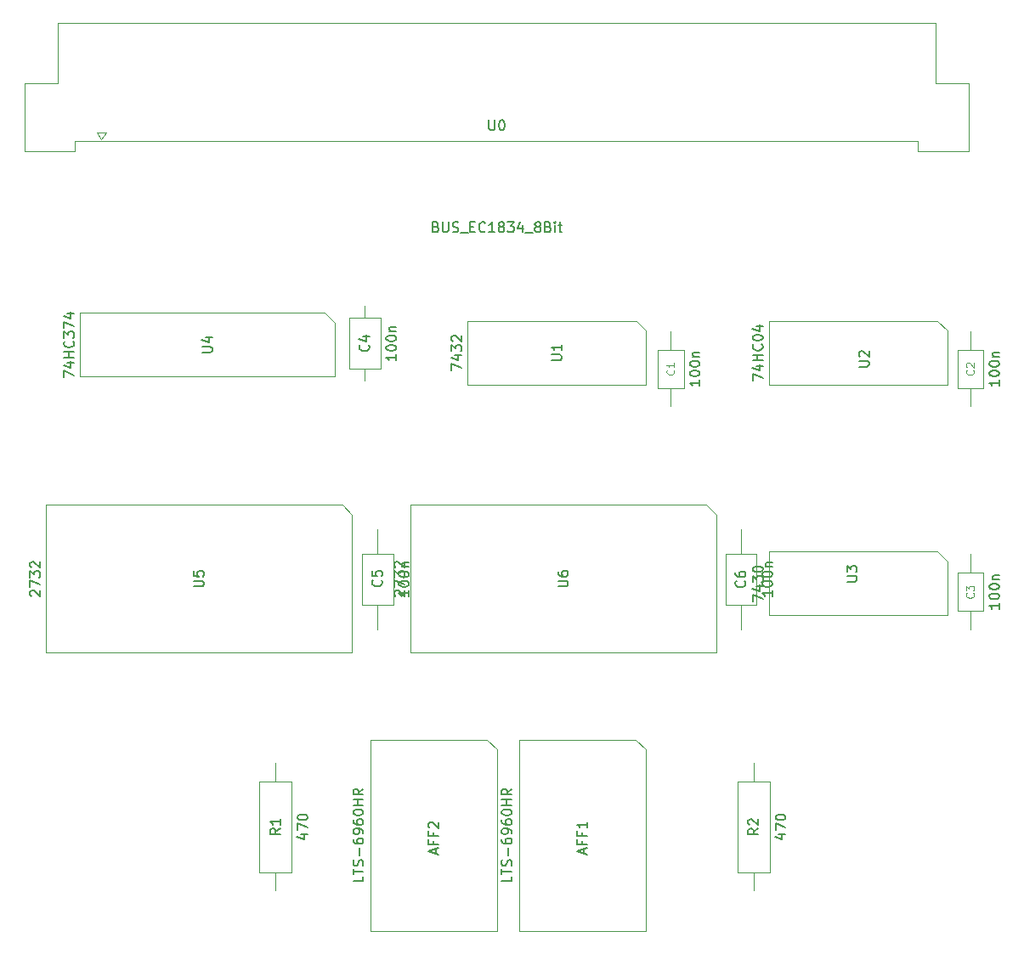
<source format=gbr>
%TF.GenerationSoftware,KiCad,Pcbnew,(5.1.12)-1*%
%TF.CreationDate,2022-04-03T13:26:01+02:00*%
%TF.ProjectId,ec1834-post,65633138-3334-42d7-906f-73742e6b6963,rev?*%
%TF.SameCoordinates,Original*%
%TF.FileFunction,AssemblyDrawing,Top*%
%FSLAX46Y46*%
G04 Gerber Fmt 4.6, Leading zero omitted, Abs format (unit mm)*
G04 Created by KiCad (PCBNEW (5.1.12)-1) date 2022-04-03 13:26:01*
%MOMM*%
%LPD*%
G01*
G04 APERTURE LIST*
%ADD10C,0.100000*%
%ADD11C,0.150000*%
%ADD12C,0.114000*%
G04 APERTURE END LIST*
D10*
%TO.C,C1*%
X85725000Y-43935000D02*
X85725000Y-45785000D01*
X85725000Y-51435000D02*
X85725000Y-49585000D01*
X84425000Y-45785000D02*
X84425000Y-49585000D01*
X87025000Y-45785000D02*
X84425000Y-45785000D01*
X87025000Y-49585000D02*
X87025000Y-45785000D01*
X84425000Y-49585000D02*
X87025000Y-49585000D01*
%TO.C,U2*%
X113270000Y-43905000D02*
X113270000Y-49255000D01*
X113270000Y-49255000D02*
X95490000Y-49255000D01*
X95490000Y-49255000D02*
X95490000Y-42905000D01*
X95490000Y-42905000D02*
X112270000Y-42905000D01*
X112270000Y-42905000D02*
X113270000Y-43905000D01*
%TO.C,U5*%
X53975000Y-62255000D02*
X53975000Y-75985000D01*
X53975000Y-75985000D02*
X23495000Y-75985000D01*
X23495000Y-75985000D02*
X23495000Y-61255000D01*
X23495000Y-61255000D02*
X52975000Y-61255000D01*
X52975000Y-61255000D02*
X53975000Y-62255000D01*
%TO.C,C6*%
X92710000Y-63660000D02*
X92710000Y-66110000D01*
X92710000Y-73660000D02*
X92710000Y-71210000D01*
X91160000Y-66110000D02*
X91160000Y-71210000D01*
X94260000Y-66110000D02*
X91160000Y-66110000D01*
X94260000Y-71210000D02*
X94260000Y-66110000D01*
X91160000Y-71210000D02*
X94260000Y-71210000D01*
%TO.C,C5*%
X56515000Y-63660000D02*
X56515000Y-66110000D01*
X56515000Y-73660000D02*
X56515000Y-71210000D01*
X54965000Y-66110000D02*
X54965000Y-71210000D01*
X58065000Y-66110000D02*
X54965000Y-66110000D01*
X58065000Y-71210000D02*
X58065000Y-66110000D01*
X54965000Y-71210000D02*
X58065000Y-71210000D01*
%TO.C,C4*%
X55245000Y-41395000D02*
X55245000Y-42595000D01*
X55245000Y-48895000D02*
X55245000Y-47695000D01*
X53695000Y-42595000D02*
X53695000Y-47695000D01*
X56795000Y-42595000D02*
X53695000Y-42595000D01*
X56795000Y-47695000D02*
X56795000Y-42595000D01*
X53695000Y-47695000D02*
X56795000Y-47695000D01*
%TO.C,C3*%
X115570000Y-66160000D02*
X115570000Y-68010000D01*
X115570000Y-73660000D02*
X115570000Y-71810000D01*
X114270000Y-68010000D02*
X114270000Y-71810000D01*
X116870000Y-68010000D02*
X114270000Y-68010000D01*
X116870000Y-71810000D02*
X116870000Y-68010000D01*
X114270000Y-71810000D02*
X116870000Y-71810000D01*
%TO.C,C2*%
X115570000Y-43935000D02*
X115570000Y-45785000D01*
X115570000Y-51435000D02*
X115570000Y-49585000D01*
X114270000Y-45785000D02*
X114270000Y-49585000D01*
X116870000Y-45785000D02*
X114270000Y-45785000D01*
X116870000Y-49585000D02*
X116870000Y-45785000D01*
X114270000Y-49585000D02*
X116870000Y-49585000D01*
%TO.C,U1*%
X83270000Y-43905000D02*
X83270000Y-49255000D01*
X83270000Y-49255000D02*
X65490000Y-49255000D01*
X65490000Y-49255000D02*
X65490000Y-42905000D01*
X65490000Y-42905000D02*
X82270000Y-42905000D01*
X82270000Y-42905000D02*
X83270000Y-43905000D01*
%TO.C,U4*%
X52270000Y-43120000D02*
X52270000Y-48470000D01*
X52270000Y-48470000D02*
X26870000Y-48470000D01*
X26870000Y-48470000D02*
X26870000Y-42120000D01*
X26870000Y-42120000D02*
X51270000Y-42120000D01*
X51270000Y-42120000D02*
X52270000Y-43120000D01*
%TO.C,U0*%
X24620000Y-13260000D02*
X24620000Y-19260000D01*
X24620000Y-19260000D02*
X21370000Y-19260000D01*
X21370000Y-19260000D02*
X21370000Y-26000000D01*
X21370000Y-26000000D02*
X26370000Y-26000000D01*
X26370000Y-26000000D02*
X26370000Y-25000000D01*
X26370000Y-25000000D02*
X110370000Y-25000000D01*
X110370000Y-25000000D02*
X110370000Y-26000000D01*
X110370000Y-26000000D02*
X115370000Y-26000000D01*
X115370000Y-26000000D02*
X115370000Y-19260000D01*
X115370000Y-19260000D02*
X112120000Y-19260000D01*
X112120000Y-19260000D02*
X112120000Y-13260000D01*
X112120000Y-13260000D02*
X24620000Y-13260000D01*
X29000000Y-24800000D02*
X28500000Y-24100000D01*
X28500000Y-24100000D02*
X29500000Y-24100000D01*
X29500000Y-24100000D02*
X29000000Y-24800000D01*
%TO.C,U6*%
X90270000Y-62255000D02*
X90270000Y-75985000D01*
X90270000Y-75985000D02*
X59790000Y-75985000D01*
X59790000Y-75985000D02*
X59790000Y-61255000D01*
X59790000Y-61255000D02*
X89270000Y-61255000D01*
X89270000Y-61255000D02*
X90270000Y-62255000D01*
%TO.C,U3*%
X113270000Y-66905000D02*
X113270000Y-72255000D01*
X113270000Y-72255000D02*
X95490000Y-72255000D01*
X95490000Y-72255000D02*
X95490000Y-65905000D01*
X95490000Y-65905000D02*
X112270000Y-65905000D01*
X112270000Y-65905000D02*
X113270000Y-66905000D01*
%TO.C,R2*%
X92380000Y-97845000D02*
X95580000Y-97845000D01*
X95580000Y-97845000D02*
X95580000Y-88845000D01*
X95580000Y-88845000D02*
X92380000Y-88845000D01*
X92380000Y-88845000D02*
X92380000Y-97845000D01*
X93980000Y-99695000D02*
X93980000Y-97845000D01*
X93980000Y-86995000D02*
X93980000Y-88845000D01*
%TO.C,R1*%
X44755000Y-97845000D02*
X47955000Y-97845000D01*
X47955000Y-97845000D02*
X47955000Y-88845000D01*
X47955000Y-88845000D02*
X44755000Y-88845000D01*
X44755000Y-88845000D02*
X44755000Y-97845000D01*
X46355000Y-99695000D02*
X46355000Y-97845000D01*
X46355000Y-86995000D02*
X46355000Y-88845000D01*
%TO.C,AFF2*%
X68430000Y-85650000D02*
X68430000Y-103700000D01*
X55830000Y-84650000D02*
X55830000Y-103700000D01*
X67430000Y-84650000D02*
X55830000Y-84650000D01*
X55830000Y-103700000D02*
X68430000Y-103700000D01*
X68430000Y-85650000D02*
X67430000Y-84650000D01*
%TO.C,AFF1*%
X83220000Y-85650000D02*
X83220000Y-103700000D01*
X70620000Y-84650000D02*
X70620000Y-103700000D01*
X82220000Y-84650000D02*
X70620000Y-84650000D01*
X70620000Y-103700000D02*
X83220000Y-103700000D01*
X83220000Y-85650000D02*
X82220000Y-84650000D01*
%TD*%
%TO.C,C1*%
D11*
X88597380Y-48804047D02*
X88597380Y-49375476D01*
X88597380Y-49089761D02*
X87597380Y-49089761D01*
X87740238Y-49185000D01*
X87835476Y-49280238D01*
X87883095Y-49375476D01*
X87597380Y-48185000D02*
X87597380Y-48089761D01*
X87645000Y-47994523D01*
X87692619Y-47946904D01*
X87787857Y-47899285D01*
X87978333Y-47851666D01*
X88216428Y-47851666D01*
X88406904Y-47899285D01*
X88502142Y-47946904D01*
X88549761Y-47994523D01*
X88597380Y-48089761D01*
X88597380Y-48185000D01*
X88549761Y-48280238D01*
X88502142Y-48327857D01*
X88406904Y-48375476D01*
X88216428Y-48423095D01*
X87978333Y-48423095D01*
X87787857Y-48375476D01*
X87692619Y-48327857D01*
X87645000Y-48280238D01*
X87597380Y-48185000D01*
X87597380Y-47232619D02*
X87597380Y-47137380D01*
X87645000Y-47042142D01*
X87692619Y-46994523D01*
X87787857Y-46946904D01*
X87978333Y-46899285D01*
X88216428Y-46899285D01*
X88406904Y-46946904D01*
X88502142Y-46994523D01*
X88549761Y-47042142D01*
X88597380Y-47137380D01*
X88597380Y-47232619D01*
X88549761Y-47327857D01*
X88502142Y-47375476D01*
X88406904Y-47423095D01*
X88216428Y-47470714D01*
X87978333Y-47470714D01*
X87787857Y-47423095D01*
X87692619Y-47375476D01*
X87645000Y-47327857D01*
X87597380Y-47232619D01*
X87930714Y-46470714D02*
X88597380Y-46470714D01*
X88025952Y-46470714D02*
X87978333Y-46423095D01*
X87930714Y-46327857D01*
X87930714Y-46185000D01*
X87978333Y-46089761D01*
X88073571Y-46042142D01*
X88597380Y-46042142D01*
D12*
X85996428Y-47811666D02*
X86032619Y-47847857D01*
X86068809Y-47956428D01*
X86068809Y-48028809D01*
X86032619Y-48137380D01*
X85960238Y-48209761D01*
X85887857Y-48245952D01*
X85743095Y-48282142D01*
X85634523Y-48282142D01*
X85489761Y-48245952D01*
X85417380Y-48209761D01*
X85345000Y-48137380D01*
X85308809Y-48028809D01*
X85308809Y-47956428D01*
X85345000Y-47847857D01*
X85381190Y-47811666D01*
X86068809Y-47087857D02*
X86068809Y-47522142D01*
X86068809Y-47305000D02*
X85308809Y-47305000D01*
X85417380Y-47377380D01*
X85489761Y-47449761D01*
X85525952Y-47522142D01*
%TO.C,U2*%
D11*
X93882380Y-48865714D02*
X93882380Y-48199047D01*
X94882380Y-48627619D01*
X94215714Y-47389523D02*
X94882380Y-47389523D01*
X93834761Y-47627619D02*
X94549047Y-47865714D01*
X94549047Y-47246666D01*
X94882380Y-46865714D02*
X93882380Y-46865714D01*
X94358571Y-46865714D02*
X94358571Y-46294285D01*
X94882380Y-46294285D02*
X93882380Y-46294285D01*
X94787142Y-45246666D02*
X94834761Y-45294285D01*
X94882380Y-45437142D01*
X94882380Y-45532380D01*
X94834761Y-45675238D01*
X94739523Y-45770476D01*
X94644285Y-45818095D01*
X94453809Y-45865714D01*
X94310952Y-45865714D01*
X94120476Y-45818095D01*
X94025238Y-45770476D01*
X93930000Y-45675238D01*
X93882380Y-45532380D01*
X93882380Y-45437142D01*
X93930000Y-45294285D01*
X93977619Y-45246666D01*
X93882380Y-44627619D02*
X93882380Y-44532380D01*
X93930000Y-44437142D01*
X93977619Y-44389523D01*
X94072857Y-44341904D01*
X94263333Y-44294285D01*
X94501428Y-44294285D01*
X94691904Y-44341904D01*
X94787142Y-44389523D01*
X94834761Y-44437142D01*
X94882380Y-44532380D01*
X94882380Y-44627619D01*
X94834761Y-44722857D01*
X94787142Y-44770476D01*
X94691904Y-44818095D01*
X94501428Y-44865714D01*
X94263333Y-44865714D01*
X94072857Y-44818095D01*
X93977619Y-44770476D01*
X93930000Y-44722857D01*
X93882380Y-44627619D01*
X94215714Y-43437142D02*
X94882380Y-43437142D01*
X93834761Y-43675238D02*
X94549047Y-43913333D01*
X94549047Y-43294285D01*
X104467380Y-47476904D02*
X105276904Y-47476904D01*
X105372142Y-47429285D01*
X105419761Y-47381666D01*
X105467380Y-47286428D01*
X105467380Y-47095952D01*
X105419761Y-47000714D01*
X105372142Y-46953095D01*
X105276904Y-46905476D01*
X104467380Y-46905476D01*
X104562619Y-46476904D02*
X104515000Y-46429285D01*
X104467380Y-46334047D01*
X104467380Y-46095952D01*
X104515000Y-46000714D01*
X104562619Y-45953095D01*
X104657857Y-45905476D01*
X104753095Y-45905476D01*
X104895952Y-45953095D01*
X105467380Y-46524523D01*
X105467380Y-45905476D01*
%TO.C,U5*%
X21982619Y-70334285D02*
X21935000Y-70286666D01*
X21887380Y-70191428D01*
X21887380Y-69953333D01*
X21935000Y-69858095D01*
X21982619Y-69810476D01*
X22077857Y-69762857D01*
X22173095Y-69762857D01*
X22315952Y-69810476D01*
X22887380Y-70381904D01*
X22887380Y-69762857D01*
X21887380Y-69429523D02*
X21887380Y-68762857D01*
X22887380Y-69191428D01*
X21887380Y-68477142D02*
X21887380Y-67858095D01*
X22268333Y-68191428D01*
X22268333Y-68048571D01*
X22315952Y-67953333D01*
X22363571Y-67905714D01*
X22458809Y-67858095D01*
X22696904Y-67858095D01*
X22792142Y-67905714D01*
X22839761Y-67953333D01*
X22887380Y-68048571D01*
X22887380Y-68334285D01*
X22839761Y-68429523D01*
X22792142Y-68477142D01*
X21982619Y-67477142D02*
X21935000Y-67429523D01*
X21887380Y-67334285D01*
X21887380Y-67096190D01*
X21935000Y-67000952D01*
X21982619Y-66953333D01*
X22077857Y-66905714D01*
X22173095Y-66905714D01*
X22315952Y-66953333D01*
X22887380Y-67524761D01*
X22887380Y-66905714D01*
X38187380Y-69381904D02*
X38996904Y-69381904D01*
X39092142Y-69334285D01*
X39139761Y-69286666D01*
X39187380Y-69191428D01*
X39187380Y-69000952D01*
X39139761Y-68905714D01*
X39092142Y-68858095D01*
X38996904Y-68810476D01*
X38187380Y-68810476D01*
X38187380Y-67858095D02*
X38187380Y-68334285D01*
X38663571Y-68381904D01*
X38615952Y-68334285D01*
X38568333Y-68239047D01*
X38568333Y-68000952D01*
X38615952Y-67905714D01*
X38663571Y-67858095D01*
X38758809Y-67810476D01*
X38996904Y-67810476D01*
X39092142Y-67858095D01*
X39139761Y-67905714D01*
X39187380Y-68000952D01*
X39187380Y-68239047D01*
X39139761Y-68334285D01*
X39092142Y-68381904D01*
%TO.C,C6*%
X95832380Y-69779047D02*
X95832380Y-70350476D01*
X95832380Y-70064761D02*
X94832380Y-70064761D01*
X94975238Y-70160000D01*
X95070476Y-70255238D01*
X95118095Y-70350476D01*
X94832380Y-69160000D02*
X94832380Y-69064761D01*
X94880000Y-68969523D01*
X94927619Y-68921904D01*
X95022857Y-68874285D01*
X95213333Y-68826666D01*
X95451428Y-68826666D01*
X95641904Y-68874285D01*
X95737142Y-68921904D01*
X95784761Y-68969523D01*
X95832380Y-69064761D01*
X95832380Y-69160000D01*
X95784761Y-69255238D01*
X95737142Y-69302857D01*
X95641904Y-69350476D01*
X95451428Y-69398095D01*
X95213333Y-69398095D01*
X95022857Y-69350476D01*
X94927619Y-69302857D01*
X94880000Y-69255238D01*
X94832380Y-69160000D01*
X94832380Y-68207619D02*
X94832380Y-68112380D01*
X94880000Y-68017142D01*
X94927619Y-67969523D01*
X95022857Y-67921904D01*
X95213333Y-67874285D01*
X95451428Y-67874285D01*
X95641904Y-67921904D01*
X95737142Y-67969523D01*
X95784761Y-68017142D01*
X95832380Y-68112380D01*
X95832380Y-68207619D01*
X95784761Y-68302857D01*
X95737142Y-68350476D01*
X95641904Y-68398095D01*
X95451428Y-68445714D01*
X95213333Y-68445714D01*
X95022857Y-68398095D01*
X94927619Y-68350476D01*
X94880000Y-68302857D01*
X94832380Y-68207619D01*
X95165714Y-67445714D02*
X95832380Y-67445714D01*
X95260952Y-67445714D02*
X95213333Y-67398095D01*
X95165714Y-67302857D01*
X95165714Y-67160000D01*
X95213333Y-67064761D01*
X95308571Y-67017142D01*
X95832380Y-67017142D01*
X93067142Y-68826666D02*
X93114761Y-68874285D01*
X93162380Y-69017142D01*
X93162380Y-69112380D01*
X93114761Y-69255238D01*
X93019523Y-69350476D01*
X92924285Y-69398095D01*
X92733809Y-69445714D01*
X92590952Y-69445714D01*
X92400476Y-69398095D01*
X92305238Y-69350476D01*
X92210000Y-69255238D01*
X92162380Y-69112380D01*
X92162380Y-69017142D01*
X92210000Y-68874285D01*
X92257619Y-68826666D01*
X92162380Y-67969523D02*
X92162380Y-68160000D01*
X92210000Y-68255238D01*
X92257619Y-68302857D01*
X92400476Y-68398095D01*
X92590952Y-68445714D01*
X92971904Y-68445714D01*
X93067142Y-68398095D01*
X93114761Y-68350476D01*
X93162380Y-68255238D01*
X93162380Y-68064761D01*
X93114761Y-67969523D01*
X93067142Y-67921904D01*
X92971904Y-67874285D01*
X92733809Y-67874285D01*
X92638571Y-67921904D01*
X92590952Y-67969523D01*
X92543333Y-68064761D01*
X92543333Y-68255238D01*
X92590952Y-68350476D01*
X92638571Y-68398095D01*
X92733809Y-68445714D01*
%TO.C,C5*%
X59637380Y-69779047D02*
X59637380Y-70350476D01*
X59637380Y-70064761D02*
X58637380Y-70064761D01*
X58780238Y-70160000D01*
X58875476Y-70255238D01*
X58923095Y-70350476D01*
X58637380Y-69160000D02*
X58637380Y-69064761D01*
X58685000Y-68969523D01*
X58732619Y-68921904D01*
X58827857Y-68874285D01*
X59018333Y-68826666D01*
X59256428Y-68826666D01*
X59446904Y-68874285D01*
X59542142Y-68921904D01*
X59589761Y-68969523D01*
X59637380Y-69064761D01*
X59637380Y-69160000D01*
X59589761Y-69255238D01*
X59542142Y-69302857D01*
X59446904Y-69350476D01*
X59256428Y-69398095D01*
X59018333Y-69398095D01*
X58827857Y-69350476D01*
X58732619Y-69302857D01*
X58685000Y-69255238D01*
X58637380Y-69160000D01*
X58637380Y-68207619D02*
X58637380Y-68112380D01*
X58685000Y-68017142D01*
X58732619Y-67969523D01*
X58827857Y-67921904D01*
X59018333Y-67874285D01*
X59256428Y-67874285D01*
X59446904Y-67921904D01*
X59542142Y-67969523D01*
X59589761Y-68017142D01*
X59637380Y-68112380D01*
X59637380Y-68207619D01*
X59589761Y-68302857D01*
X59542142Y-68350476D01*
X59446904Y-68398095D01*
X59256428Y-68445714D01*
X59018333Y-68445714D01*
X58827857Y-68398095D01*
X58732619Y-68350476D01*
X58685000Y-68302857D01*
X58637380Y-68207619D01*
X58970714Y-67445714D02*
X59637380Y-67445714D01*
X59065952Y-67445714D02*
X59018333Y-67398095D01*
X58970714Y-67302857D01*
X58970714Y-67160000D01*
X59018333Y-67064761D01*
X59113571Y-67017142D01*
X59637380Y-67017142D01*
X56872142Y-68746666D02*
X56919761Y-68794285D01*
X56967380Y-68937142D01*
X56967380Y-69032380D01*
X56919761Y-69175238D01*
X56824523Y-69270476D01*
X56729285Y-69318095D01*
X56538809Y-69365714D01*
X56395952Y-69365714D01*
X56205476Y-69318095D01*
X56110238Y-69270476D01*
X56015000Y-69175238D01*
X55967380Y-69032380D01*
X55967380Y-68937142D01*
X56015000Y-68794285D01*
X56062619Y-68746666D01*
X55967380Y-67841904D02*
X55967380Y-68318095D01*
X56443571Y-68365714D01*
X56395952Y-68318095D01*
X56348333Y-68222857D01*
X56348333Y-67984761D01*
X56395952Y-67889523D01*
X56443571Y-67841904D01*
X56538809Y-67794285D01*
X56776904Y-67794285D01*
X56872142Y-67841904D01*
X56919761Y-67889523D01*
X56967380Y-67984761D01*
X56967380Y-68222857D01*
X56919761Y-68318095D01*
X56872142Y-68365714D01*
%TO.C,C4*%
X58367380Y-46264047D02*
X58367380Y-46835476D01*
X58367380Y-46549761D02*
X57367380Y-46549761D01*
X57510238Y-46645000D01*
X57605476Y-46740238D01*
X57653095Y-46835476D01*
X57367380Y-45645000D02*
X57367380Y-45549761D01*
X57415000Y-45454523D01*
X57462619Y-45406904D01*
X57557857Y-45359285D01*
X57748333Y-45311666D01*
X57986428Y-45311666D01*
X58176904Y-45359285D01*
X58272142Y-45406904D01*
X58319761Y-45454523D01*
X58367380Y-45549761D01*
X58367380Y-45645000D01*
X58319761Y-45740238D01*
X58272142Y-45787857D01*
X58176904Y-45835476D01*
X57986428Y-45883095D01*
X57748333Y-45883095D01*
X57557857Y-45835476D01*
X57462619Y-45787857D01*
X57415000Y-45740238D01*
X57367380Y-45645000D01*
X57367380Y-44692619D02*
X57367380Y-44597380D01*
X57415000Y-44502142D01*
X57462619Y-44454523D01*
X57557857Y-44406904D01*
X57748333Y-44359285D01*
X57986428Y-44359285D01*
X58176904Y-44406904D01*
X58272142Y-44454523D01*
X58319761Y-44502142D01*
X58367380Y-44597380D01*
X58367380Y-44692619D01*
X58319761Y-44787857D01*
X58272142Y-44835476D01*
X58176904Y-44883095D01*
X57986428Y-44930714D01*
X57748333Y-44930714D01*
X57557857Y-44883095D01*
X57462619Y-44835476D01*
X57415000Y-44787857D01*
X57367380Y-44692619D01*
X57700714Y-43930714D02*
X58367380Y-43930714D01*
X57795952Y-43930714D02*
X57748333Y-43883095D01*
X57700714Y-43787857D01*
X57700714Y-43645000D01*
X57748333Y-43549761D01*
X57843571Y-43502142D01*
X58367380Y-43502142D01*
X55602142Y-45311666D02*
X55649761Y-45359285D01*
X55697380Y-45502142D01*
X55697380Y-45597380D01*
X55649761Y-45740238D01*
X55554523Y-45835476D01*
X55459285Y-45883095D01*
X55268809Y-45930714D01*
X55125952Y-45930714D01*
X54935476Y-45883095D01*
X54840238Y-45835476D01*
X54745000Y-45740238D01*
X54697380Y-45597380D01*
X54697380Y-45502142D01*
X54745000Y-45359285D01*
X54792619Y-45311666D01*
X55030714Y-44454523D02*
X55697380Y-44454523D01*
X54649761Y-44692619D02*
X55364047Y-44930714D01*
X55364047Y-44311666D01*
%TO.C,C3*%
X118442380Y-71029047D02*
X118442380Y-71600476D01*
X118442380Y-71314761D02*
X117442380Y-71314761D01*
X117585238Y-71410000D01*
X117680476Y-71505238D01*
X117728095Y-71600476D01*
X117442380Y-70410000D02*
X117442380Y-70314761D01*
X117490000Y-70219523D01*
X117537619Y-70171904D01*
X117632857Y-70124285D01*
X117823333Y-70076666D01*
X118061428Y-70076666D01*
X118251904Y-70124285D01*
X118347142Y-70171904D01*
X118394761Y-70219523D01*
X118442380Y-70314761D01*
X118442380Y-70410000D01*
X118394761Y-70505238D01*
X118347142Y-70552857D01*
X118251904Y-70600476D01*
X118061428Y-70648095D01*
X117823333Y-70648095D01*
X117632857Y-70600476D01*
X117537619Y-70552857D01*
X117490000Y-70505238D01*
X117442380Y-70410000D01*
X117442380Y-69457619D02*
X117442380Y-69362380D01*
X117490000Y-69267142D01*
X117537619Y-69219523D01*
X117632857Y-69171904D01*
X117823333Y-69124285D01*
X118061428Y-69124285D01*
X118251904Y-69171904D01*
X118347142Y-69219523D01*
X118394761Y-69267142D01*
X118442380Y-69362380D01*
X118442380Y-69457619D01*
X118394761Y-69552857D01*
X118347142Y-69600476D01*
X118251904Y-69648095D01*
X118061428Y-69695714D01*
X117823333Y-69695714D01*
X117632857Y-69648095D01*
X117537619Y-69600476D01*
X117490000Y-69552857D01*
X117442380Y-69457619D01*
X117775714Y-68695714D02*
X118442380Y-68695714D01*
X117870952Y-68695714D02*
X117823333Y-68648095D01*
X117775714Y-68552857D01*
X117775714Y-68410000D01*
X117823333Y-68314761D01*
X117918571Y-68267142D01*
X118442380Y-68267142D01*
D12*
X115841428Y-70036666D02*
X115877619Y-70072857D01*
X115913809Y-70181428D01*
X115913809Y-70253809D01*
X115877619Y-70362380D01*
X115805238Y-70434761D01*
X115732857Y-70470952D01*
X115588095Y-70507142D01*
X115479523Y-70507142D01*
X115334761Y-70470952D01*
X115262380Y-70434761D01*
X115190000Y-70362380D01*
X115153809Y-70253809D01*
X115153809Y-70181428D01*
X115190000Y-70072857D01*
X115226190Y-70036666D01*
X115153809Y-69783333D02*
X115153809Y-69312857D01*
X115443333Y-69566190D01*
X115443333Y-69457619D01*
X115479523Y-69385238D01*
X115515714Y-69349047D01*
X115588095Y-69312857D01*
X115769047Y-69312857D01*
X115841428Y-69349047D01*
X115877619Y-69385238D01*
X115913809Y-69457619D01*
X115913809Y-69674761D01*
X115877619Y-69747142D01*
X115841428Y-69783333D01*
%TO.C,C2*%
D11*
X118442380Y-48804047D02*
X118442380Y-49375476D01*
X118442380Y-49089761D02*
X117442380Y-49089761D01*
X117585238Y-49185000D01*
X117680476Y-49280238D01*
X117728095Y-49375476D01*
X117442380Y-48185000D02*
X117442380Y-48089761D01*
X117490000Y-47994523D01*
X117537619Y-47946904D01*
X117632857Y-47899285D01*
X117823333Y-47851666D01*
X118061428Y-47851666D01*
X118251904Y-47899285D01*
X118347142Y-47946904D01*
X118394761Y-47994523D01*
X118442380Y-48089761D01*
X118442380Y-48185000D01*
X118394761Y-48280238D01*
X118347142Y-48327857D01*
X118251904Y-48375476D01*
X118061428Y-48423095D01*
X117823333Y-48423095D01*
X117632857Y-48375476D01*
X117537619Y-48327857D01*
X117490000Y-48280238D01*
X117442380Y-48185000D01*
X117442380Y-47232619D02*
X117442380Y-47137380D01*
X117490000Y-47042142D01*
X117537619Y-46994523D01*
X117632857Y-46946904D01*
X117823333Y-46899285D01*
X118061428Y-46899285D01*
X118251904Y-46946904D01*
X118347142Y-46994523D01*
X118394761Y-47042142D01*
X118442380Y-47137380D01*
X118442380Y-47232619D01*
X118394761Y-47327857D01*
X118347142Y-47375476D01*
X118251904Y-47423095D01*
X118061428Y-47470714D01*
X117823333Y-47470714D01*
X117632857Y-47423095D01*
X117537619Y-47375476D01*
X117490000Y-47327857D01*
X117442380Y-47232619D01*
X117775714Y-46470714D02*
X118442380Y-46470714D01*
X117870952Y-46470714D02*
X117823333Y-46423095D01*
X117775714Y-46327857D01*
X117775714Y-46185000D01*
X117823333Y-46089761D01*
X117918571Y-46042142D01*
X118442380Y-46042142D01*
D12*
X115841428Y-47811666D02*
X115877619Y-47847857D01*
X115913809Y-47956428D01*
X115913809Y-48028809D01*
X115877619Y-48137380D01*
X115805238Y-48209761D01*
X115732857Y-48245952D01*
X115588095Y-48282142D01*
X115479523Y-48282142D01*
X115334761Y-48245952D01*
X115262380Y-48209761D01*
X115190000Y-48137380D01*
X115153809Y-48028809D01*
X115153809Y-47956428D01*
X115190000Y-47847857D01*
X115226190Y-47811666D01*
X115226190Y-47522142D02*
X115190000Y-47485952D01*
X115153809Y-47413571D01*
X115153809Y-47232619D01*
X115190000Y-47160238D01*
X115226190Y-47124047D01*
X115298571Y-47087857D01*
X115370952Y-47087857D01*
X115479523Y-47124047D01*
X115913809Y-47558333D01*
X115913809Y-47087857D01*
%TO.C,U1*%
D11*
X63882380Y-47841904D02*
X63882380Y-47175238D01*
X64882380Y-47603809D01*
X64215714Y-46365714D02*
X64882380Y-46365714D01*
X63834761Y-46603809D02*
X64549047Y-46841904D01*
X64549047Y-46222857D01*
X63882380Y-45937142D02*
X63882380Y-45318095D01*
X64263333Y-45651428D01*
X64263333Y-45508571D01*
X64310952Y-45413333D01*
X64358571Y-45365714D01*
X64453809Y-45318095D01*
X64691904Y-45318095D01*
X64787142Y-45365714D01*
X64834761Y-45413333D01*
X64882380Y-45508571D01*
X64882380Y-45794285D01*
X64834761Y-45889523D01*
X64787142Y-45937142D01*
X63977619Y-44937142D02*
X63930000Y-44889523D01*
X63882380Y-44794285D01*
X63882380Y-44556190D01*
X63930000Y-44460952D01*
X63977619Y-44413333D01*
X64072857Y-44365714D01*
X64168095Y-44365714D01*
X64310952Y-44413333D01*
X64882380Y-44984761D01*
X64882380Y-44365714D01*
X73832380Y-46841904D02*
X74641904Y-46841904D01*
X74737142Y-46794285D01*
X74784761Y-46746666D01*
X74832380Y-46651428D01*
X74832380Y-46460952D01*
X74784761Y-46365714D01*
X74737142Y-46318095D01*
X74641904Y-46270476D01*
X73832380Y-46270476D01*
X74832380Y-45270476D02*
X74832380Y-45841904D01*
X74832380Y-45556190D02*
X73832380Y-45556190D01*
X73975238Y-45651428D01*
X74070476Y-45746666D01*
X74118095Y-45841904D01*
%TO.C,U4*%
X25262380Y-48556904D02*
X25262380Y-47890238D01*
X26262380Y-48318809D01*
X25595714Y-47080714D02*
X26262380Y-47080714D01*
X25214761Y-47318809D02*
X25929047Y-47556904D01*
X25929047Y-46937857D01*
X26262380Y-46556904D02*
X25262380Y-46556904D01*
X25738571Y-46556904D02*
X25738571Y-45985476D01*
X26262380Y-45985476D02*
X25262380Y-45985476D01*
X26167142Y-44937857D02*
X26214761Y-44985476D01*
X26262380Y-45128333D01*
X26262380Y-45223571D01*
X26214761Y-45366428D01*
X26119523Y-45461666D01*
X26024285Y-45509285D01*
X25833809Y-45556904D01*
X25690952Y-45556904D01*
X25500476Y-45509285D01*
X25405238Y-45461666D01*
X25310000Y-45366428D01*
X25262380Y-45223571D01*
X25262380Y-45128333D01*
X25310000Y-44985476D01*
X25357619Y-44937857D01*
X25262380Y-44604523D02*
X25262380Y-43985476D01*
X25643333Y-44318809D01*
X25643333Y-44175952D01*
X25690952Y-44080714D01*
X25738571Y-44033095D01*
X25833809Y-43985476D01*
X26071904Y-43985476D01*
X26167142Y-44033095D01*
X26214761Y-44080714D01*
X26262380Y-44175952D01*
X26262380Y-44461666D01*
X26214761Y-44556904D01*
X26167142Y-44604523D01*
X25262380Y-43652142D02*
X25262380Y-42985476D01*
X26262380Y-43414047D01*
X25595714Y-42175952D02*
X26262380Y-42175952D01*
X25214761Y-42414047D02*
X25929047Y-42652142D01*
X25929047Y-42033095D01*
X39022380Y-46056904D02*
X39831904Y-46056904D01*
X39927142Y-46009285D01*
X39974761Y-45961666D01*
X40022380Y-45866428D01*
X40022380Y-45675952D01*
X39974761Y-45580714D01*
X39927142Y-45533095D01*
X39831904Y-45485476D01*
X39022380Y-45485476D01*
X39355714Y-44580714D02*
X40022380Y-44580714D01*
X38974761Y-44818809D02*
X39689047Y-45056904D01*
X39689047Y-44437857D01*
%TO.C,U0*%
X62322380Y-33548571D02*
X62465238Y-33596190D01*
X62512857Y-33643809D01*
X62560476Y-33739047D01*
X62560476Y-33881904D01*
X62512857Y-33977142D01*
X62465238Y-34024761D01*
X62370000Y-34072380D01*
X61989047Y-34072380D01*
X61989047Y-33072380D01*
X62322380Y-33072380D01*
X62417619Y-33120000D01*
X62465238Y-33167619D01*
X62512857Y-33262857D01*
X62512857Y-33358095D01*
X62465238Y-33453333D01*
X62417619Y-33500952D01*
X62322380Y-33548571D01*
X61989047Y-33548571D01*
X62989047Y-33072380D02*
X62989047Y-33881904D01*
X63036666Y-33977142D01*
X63084285Y-34024761D01*
X63179523Y-34072380D01*
X63370000Y-34072380D01*
X63465238Y-34024761D01*
X63512857Y-33977142D01*
X63560476Y-33881904D01*
X63560476Y-33072380D01*
X63989047Y-34024761D02*
X64131904Y-34072380D01*
X64370000Y-34072380D01*
X64465238Y-34024761D01*
X64512857Y-33977142D01*
X64560476Y-33881904D01*
X64560476Y-33786666D01*
X64512857Y-33691428D01*
X64465238Y-33643809D01*
X64370000Y-33596190D01*
X64179523Y-33548571D01*
X64084285Y-33500952D01*
X64036666Y-33453333D01*
X63989047Y-33358095D01*
X63989047Y-33262857D01*
X64036666Y-33167619D01*
X64084285Y-33120000D01*
X64179523Y-33072380D01*
X64417619Y-33072380D01*
X64560476Y-33120000D01*
X64750952Y-34167619D02*
X65512857Y-34167619D01*
X65750952Y-33548571D02*
X66084285Y-33548571D01*
X66227142Y-34072380D02*
X65750952Y-34072380D01*
X65750952Y-33072380D01*
X66227142Y-33072380D01*
X67227142Y-33977142D02*
X67179523Y-34024761D01*
X67036666Y-34072380D01*
X66941428Y-34072380D01*
X66798571Y-34024761D01*
X66703333Y-33929523D01*
X66655714Y-33834285D01*
X66608095Y-33643809D01*
X66608095Y-33500952D01*
X66655714Y-33310476D01*
X66703333Y-33215238D01*
X66798571Y-33120000D01*
X66941428Y-33072380D01*
X67036666Y-33072380D01*
X67179523Y-33120000D01*
X67227142Y-33167619D01*
X68179523Y-34072380D02*
X67608095Y-34072380D01*
X67893809Y-34072380D02*
X67893809Y-33072380D01*
X67798571Y-33215238D01*
X67703333Y-33310476D01*
X67608095Y-33358095D01*
X68750952Y-33500952D02*
X68655714Y-33453333D01*
X68608095Y-33405714D01*
X68560476Y-33310476D01*
X68560476Y-33262857D01*
X68608095Y-33167619D01*
X68655714Y-33120000D01*
X68750952Y-33072380D01*
X68941428Y-33072380D01*
X69036666Y-33120000D01*
X69084285Y-33167619D01*
X69131904Y-33262857D01*
X69131904Y-33310476D01*
X69084285Y-33405714D01*
X69036666Y-33453333D01*
X68941428Y-33500952D01*
X68750952Y-33500952D01*
X68655714Y-33548571D01*
X68608095Y-33596190D01*
X68560476Y-33691428D01*
X68560476Y-33881904D01*
X68608095Y-33977142D01*
X68655714Y-34024761D01*
X68750952Y-34072380D01*
X68941428Y-34072380D01*
X69036666Y-34024761D01*
X69084285Y-33977142D01*
X69131904Y-33881904D01*
X69131904Y-33691428D01*
X69084285Y-33596190D01*
X69036666Y-33548571D01*
X68941428Y-33500952D01*
X69465238Y-33072380D02*
X70084285Y-33072380D01*
X69750952Y-33453333D01*
X69893809Y-33453333D01*
X69989047Y-33500952D01*
X70036666Y-33548571D01*
X70084285Y-33643809D01*
X70084285Y-33881904D01*
X70036666Y-33977142D01*
X69989047Y-34024761D01*
X69893809Y-34072380D01*
X69608095Y-34072380D01*
X69512857Y-34024761D01*
X69465238Y-33977142D01*
X70941428Y-33405714D02*
X70941428Y-34072380D01*
X70703333Y-33024761D02*
X70465238Y-33739047D01*
X71084285Y-33739047D01*
X71227142Y-34167619D02*
X71989047Y-34167619D01*
X72370000Y-33500952D02*
X72274761Y-33453333D01*
X72227142Y-33405714D01*
X72179523Y-33310476D01*
X72179523Y-33262857D01*
X72227142Y-33167619D01*
X72274761Y-33120000D01*
X72370000Y-33072380D01*
X72560476Y-33072380D01*
X72655714Y-33120000D01*
X72703333Y-33167619D01*
X72750952Y-33262857D01*
X72750952Y-33310476D01*
X72703333Y-33405714D01*
X72655714Y-33453333D01*
X72560476Y-33500952D01*
X72370000Y-33500952D01*
X72274761Y-33548571D01*
X72227142Y-33596190D01*
X72179523Y-33691428D01*
X72179523Y-33881904D01*
X72227142Y-33977142D01*
X72274761Y-34024761D01*
X72370000Y-34072380D01*
X72560476Y-34072380D01*
X72655714Y-34024761D01*
X72703333Y-33977142D01*
X72750952Y-33881904D01*
X72750952Y-33691428D01*
X72703333Y-33596190D01*
X72655714Y-33548571D01*
X72560476Y-33500952D01*
X73512857Y-33548571D02*
X73655714Y-33596190D01*
X73703333Y-33643809D01*
X73750952Y-33739047D01*
X73750952Y-33881904D01*
X73703333Y-33977142D01*
X73655714Y-34024761D01*
X73560476Y-34072380D01*
X73179523Y-34072380D01*
X73179523Y-33072380D01*
X73512857Y-33072380D01*
X73608095Y-33120000D01*
X73655714Y-33167619D01*
X73703333Y-33262857D01*
X73703333Y-33358095D01*
X73655714Y-33453333D01*
X73608095Y-33500952D01*
X73512857Y-33548571D01*
X73179523Y-33548571D01*
X74179523Y-34072380D02*
X74179523Y-33405714D01*
X74179523Y-33072380D02*
X74131904Y-33120000D01*
X74179523Y-33167619D01*
X74227142Y-33120000D01*
X74179523Y-33072380D01*
X74179523Y-33167619D01*
X74512857Y-33405714D02*
X74893809Y-33405714D01*
X74655714Y-33072380D02*
X74655714Y-33929523D01*
X74703333Y-34024761D01*
X74798571Y-34072380D01*
X74893809Y-34072380D01*
X67608095Y-22912380D02*
X67608095Y-23721904D01*
X67655714Y-23817142D01*
X67703333Y-23864761D01*
X67798571Y-23912380D01*
X67989047Y-23912380D01*
X68084285Y-23864761D01*
X68131904Y-23817142D01*
X68179523Y-23721904D01*
X68179523Y-22912380D01*
X68846190Y-22912380D02*
X68941428Y-22912380D01*
X69036666Y-22960000D01*
X69084285Y-23007619D01*
X69131904Y-23102857D01*
X69179523Y-23293333D01*
X69179523Y-23531428D01*
X69131904Y-23721904D01*
X69084285Y-23817142D01*
X69036666Y-23864761D01*
X68941428Y-23912380D01*
X68846190Y-23912380D01*
X68750952Y-23864761D01*
X68703333Y-23817142D01*
X68655714Y-23721904D01*
X68608095Y-23531428D01*
X68608095Y-23293333D01*
X68655714Y-23102857D01*
X68703333Y-23007619D01*
X68750952Y-22960000D01*
X68846190Y-22912380D01*
%TO.C,U6*%
X58277619Y-70334285D02*
X58230000Y-70286666D01*
X58182380Y-70191428D01*
X58182380Y-69953333D01*
X58230000Y-69858095D01*
X58277619Y-69810476D01*
X58372857Y-69762857D01*
X58468095Y-69762857D01*
X58610952Y-69810476D01*
X59182380Y-70381904D01*
X59182380Y-69762857D01*
X58182380Y-69429523D02*
X58182380Y-68762857D01*
X59182380Y-69191428D01*
X58182380Y-68477142D02*
X58182380Y-67858095D01*
X58563333Y-68191428D01*
X58563333Y-68048571D01*
X58610952Y-67953333D01*
X58658571Y-67905714D01*
X58753809Y-67858095D01*
X58991904Y-67858095D01*
X59087142Y-67905714D01*
X59134761Y-67953333D01*
X59182380Y-68048571D01*
X59182380Y-68334285D01*
X59134761Y-68429523D01*
X59087142Y-68477142D01*
X58277619Y-67477142D02*
X58230000Y-67429523D01*
X58182380Y-67334285D01*
X58182380Y-67096190D01*
X58230000Y-67000952D01*
X58277619Y-66953333D01*
X58372857Y-66905714D01*
X58468095Y-66905714D01*
X58610952Y-66953333D01*
X59182380Y-67524761D01*
X59182380Y-66905714D01*
X74482380Y-69381904D02*
X75291904Y-69381904D01*
X75387142Y-69334285D01*
X75434761Y-69286666D01*
X75482380Y-69191428D01*
X75482380Y-69000952D01*
X75434761Y-68905714D01*
X75387142Y-68858095D01*
X75291904Y-68810476D01*
X74482380Y-68810476D01*
X74482380Y-67905714D02*
X74482380Y-68096190D01*
X74530000Y-68191428D01*
X74577619Y-68239047D01*
X74720476Y-68334285D01*
X74910952Y-68381904D01*
X75291904Y-68381904D01*
X75387142Y-68334285D01*
X75434761Y-68286666D01*
X75482380Y-68191428D01*
X75482380Y-68000952D01*
X75434761Y-67905714D01*
X75387142Y-67858095D01*
X75291904Y-67810476D01*
X75053809Y-67810476D01*
X74958571Y-67858095D01*
X74910952Y-67905714D01*
X74863333Y-68000952D01*
X74863333Y-68191428D01*
X74910952Y-68286666D01*
X74958571Y-68334285D01*
X75053809Y-68381904D01*
%TO.C,U3*%
X93882380Y-70841904D02*
X93882380Y-70175238D01*
X94882380Y-70603809D01*
X94215714Y-69365714D02*
X94882380Y-69365714D01*
X93834761Y-69603809D02*
X94549047Y-69841904D01*
X94549047Y-69222857D01*
X93882380Y-68937142D02*
X93882380Y-68318095D01*
X94263333Y-68651428D01*
X94263333Y-68508571D01*
X94310952Y-68413333D01*
X94358571Y-68365714D01*
X94453809Y-68318095D01*
X94691904Y-68318095D01*
X94787142Y-68365714D01*
X94834761Y-68413333D01*
X94882380Y-68508571D01*
X94882380Y-68794285D01*
X94834761Y-68889523D01*
X94787142Y-68937142D01*
X93882380Y-67699047D02*
X93882380Y-67603809D01*
X93930000Y-67508571D01*
X93977619Y-67460952D01*
X94072857Y-67413333D01*
X94263333Y-67365714D01*
X94501428Y-67365714D01*
X94691904Y-67413333D01*
X94787142Y-67460952D01*
X94834761Y-67508571D01*
X94882380Y-67603809D01*
X94882380Y-67699047D01*
X94834761Y-67794285D01*
X94787142Y-67841904D01*
X94691904Y-67889523D01*
X94501428Y-67937142D01*
X94263333Y-67937142D01*
X94072857Y-67889523D01*
X93977619Y-67841904D01*
X93930000Y-67794285D01*
X93882380Y-67699047D01*
X103267380Y-68891904D02*
X104076904Y-68891904D01*
X104172142Y-68844285D01*
X104219761Y-68796666D01*
X104267380Y-68701428D01*
X104267380Y-68510952D01*
X104219761Y-68415714D01*
X104172142Y-68368095D01*
X104076904Y-68320476D01*
X103267380Y-68320476D01*
X103267380Y-67939523D02*
X103267380Y-67320476D01*
X103648333Y-67653809D01*
X103648333Y-67510952D01*
X103695952Y-67415714D01*
X103743571Y-67368095D01*
X103838809Y-67320476D01*
X104076904Y-67320476D01*
X104172142Y-67368095D01*
X104219761Y-67415714D01*
X104267380Y-67510952D01*
X104267380Y-67796666D01*
X104219761Y-67891904D01*
X104172142Y-67939523D01*
%TO.C,R2*%
X96485714Y-94106904D02*
X97152380Y-94106904D01*
X96104761Y-94345000D02*
X96819047Y-94583095D01*
X96819047Y-93964047D01*
X96152380Y-93678333D02*
X96152380Y-93011666D01*
X97152380Y-93440238D01*
X96152380Y-92440238D02*
X96152380Y-92345000D01*
X96200000Y-92249761D01*
X96247619Y-92202142D01*
X96342857Y-92154523D01*
X96533333Y-92106904D01*
X96771428Y-92106904D01*
X96961904Y-92154523D01*
X97057142Y-92202142D01*
X97104761Y-92249761D01*
X97152380Y-92345000D01*
X97152380Y-92440238D01*
X97104761Y-92535476D01*
X97057142Y-92583095D01*
X96961904Y-92630714D01*
X96771428Y-92678333D01*
X96533333Y-92678333D01*
X96342857Y-92630714D01*
X96247619Y-92583095D01*
X96200000Y-92535476D01*
X96152380Y-92440238D01*
X94432380Y-93511666D02*
X93956190Y-93845000D01*
X94432380Y-94083095D02*
X93432380Y-94083095D01*
X93432380Y-93702142D01*
X93480000Y-93606904D01*
X93527619Y-93559285D01*
X93622857Y-93511666D01*
X93765714Y-93511666D01*
X93860952Y-93559285D01*
X93908571Y-93606904D01*
X93956190Y-93702142D01*
X93956190Y-94083095D01*
X93527619Y-93130714D02*
X93480000Y-93083095D01*
X93432380Y-92987857D01*
X93432380Y-92749761D01*
X93480000Y-92654523D01*
X93527619Y-92606904D01*
X93622857Y-92559285D01*
X93718095Y-92559285D01*
X93860952Y-92606904D01*
X94432380Y-93178333D01*
X94432380Y-92559285D01*
%TO.C,R1*%
X48860714Y-94106904D02*
X49527380Y-94106904D01*
X48479761Y-94345000D02*
X49194047Y-94583095D01*
X49194047Y-93964047D01*
X48527380Y-93678333D02*
X48527380Y-93011666D01*
X49527380Y-93440238D01*
X48527380Y-92440238D02*
X48527380Y-92345000D01*
X48575000Y-92249761D01*
X48622619Y-92202142D01*
X48717857Y-92154523D01*
X48908333Y-92106904D01*
X49146428Y-92106904D01*
X49336904Y-92154523D01*
X49432142Y-92202142D01*
X49479761Y-92249761D01*
X49527380Y-92345000D01*
X49527380Y-92440238D01*
X49479761Y-92535476D01*
X49432142Y-92583095D01*
X49336904Y-92630714D01*
X49146428Y-92678333D01*
X48908333Y-92678333D01*
X48717857Y-92630714D01*
X48622619Y-92583095D01*
X48575000Y-92535476D01*
X48527380Y-92440238D01*
X46807380Y-93511666D02*
X46331190Y-93845000D01*
X46807380Y-94083095D02*
X45807380Y-94083095D01*
X45807380Y-93702142D01*
X45855000Y-93606904D01*
X45902619Y-93559285D01*
X45997857Y-93511666D01*
X46140714Y-93511666D01*
X46235952Y-93559285D01*
X46283571Y-93606904D01*
X46331190Y-93702142D01*
X46331190Y-94083095D01*
X46807380Y-92559285D02*
X46807380Y-93130714D01*
X46807380Y-92845000D02*
X45807380Y-92845000D01*
X45950238Y-92940238D01*
X46045476Y-93035476D01*
X46093095Y-93130714D01*
%TO.C,AFF2*%
X55082380Y-98270238D02*
X55082380Y-98746428D01*
X54082380Y-98746428D01*
X54082380Y-98079761D02*
X54082380Y-97508333D01*
X55082380Y-97794047D02*
X54082380Y-97794047D01*
X55034761Y-97222619D02*
X55082380Y-97079761D01*
X55082380Y-96841666D01*
X55034761Y-96746428D01*
X54987142Y-96698809D01*
X54891904Y-96651190D01*
X54796666Y-96651190D01*
X54701428Y-96698809D01*
X54653809Y-96746428D01*
X54606190Y-96841666D01*
X54558571Y-97032142D01*
X54510952Y-97127380D01*
X54463333Y-97175000D01*
X54368095Y-97222619D01*
X54272857Y-97222619D01*
X54177619Y-97175000D01*
X54130000Y-97127380D01*
X54082380Y-97032142D01*
X54082380Y-96794047D01*
X54130000Y-96651190D01*
X54701428Y-96222619D02*
X54701428Y-95460714D01*
X54082380Y-94555952D02*
X54082380Y-94746428D01*
X54130000Y-94841666D01*
X54177619Y-94889285D01*
X54320476Y-94984523D01*
X54510952Y-95032142D01*
X54891904Y-95032142D01*
X54987142Y-94984523D01*
X55034761Y-94936904D01*
X55082380Y-94841666D01*
X55082380Y-94651190D01*
X55034761Y-94555952D01*
X54987142Y-94508333D01*
X54891904Y-94460714D01*
X54653809Y-94460714D01*
X54558571Y-94508333D01*
X54510952Y-94555952D01*
X54463333Y-94651190D01*
X54463333Y-94841666D01*
X54510952Y-94936904D01*
X54558571Y-94984523D01*
X54653809Y-95032142D01*
X55082380Y-93984523D02*
X55082380Y-93794047D01*
X55034761Y-93698809D01*
X54987142Y-93651190D01*
X54844285Y-93555952D01*
X54653809Y-93508333D01*
X54272857Y-93508333D01*
X54177619Y-93555952D01*
X54130000Y-93603571D01*
X54082380Y-93698809D01*
X54082380Y-93889285D01*
X54130000Y-93984523D01*
X54177619Y-94032142D01*
X54272857Y-94079761D01*
X54510952Y-94079761D01*
X54606190Y-94032142D01*
X54653809Y-93984523D01*
X54701428Y-93889285D01*
X54701428Y-93698809D01*
X54653809Y-93603571D01*
X54606190Y-93555952D01*
X54510952Y-93508333D01*
X54082380Y-92651190D02*
X54082380Y-92841666D01*
X54130000Y-92936904D01*
X54177619Y-92984523D01*
X54320476Y-93079761D01*
X54510952Y-93127380D01*
X54891904Y-93127380D01*
X54987142Y-93079761D01*
X55034761Y-93032142D01*
X55082380Y-92936904D01*
X55082380Y-92746428D01*
X55034761Y-92651190D01*
X54987142Y-92603571D01*
X54891904Y-92555952D01*
X54653809Y-92555952D01*
X54558571Y-92603571D01*
X54510952Y-92651190D01*
X54463333Y-92746428D01*
X54463333Y-92936904D01*
X54510952Y-93032142D01*
X54558571Y-93079761D01*
X54653809Y-93127380D01*
X54082380Y-91936904D02*
X54082380Y-91841666D01*
X54130000Y-91746428D01*
X54177619Y-91698809D01*
X54272857Y-91651190D01*
X54463333Y-91603571D01*
X54701428Y-91603571D01*
X54891904Y-91651190D01*
X54987142Y-91698809D01*
X55034761Y-91746428D01*
X55082380Y-91841666D01*
X55082380Y-91936904D01*
X55034761Y-92032142D01*
X54987142Y-92079761D01*
X54891904Y-92127380D01*
X54701428Y-92175000D01*
X54463333Y-92175000D01*
X54272857Y-92127380D01*
X54177619Y-92079761D01*
X54130000Y-92032142D01*
X54082380Y-91936904D01*
X55082380Y-91175000D02*
X54082380Y-91175000D01*
X54558571Y-91175000D02*
X54558571Y-90603571D01*
X55082380Y-90603571D02*
X54082380Y-90603571D01*
X55082380Y-89555952D02*
X54606190Y-89889285D01*
X55082380Y-90127380D02*
X54082380Y-90127380D01*
X54082380Y-89746428D01*
X54130000Y-89651190D01*
X54177619Y-89603571D01*
X54272857Y-89555952D01*
X54415714Y-89555952D01*
X54510952Y-89603571D01*
X54558571Y-89651190D01*
X54606190Y-89746428D01*
X54606190Y-90127380D01*
X62296666Y-95996428D02*
X62296666Y-95520238D01*
X62582380Y-96091666D02*
X61582380Y-95758333D01*
X62582380Y-95425000D01*
X62058571Y-94758333D02*
X62058571Y-95091666D01*
X62582380Y-95091666D02*
X61582380Y-95091666D01*
X61582380Y-94615476D01*
X62058571Y-93901190D02*
X62058571Y-94234523D01*
X62582380Y-94234523D02*
X61582380Y-94234523D01*
X61582380Y-93758333D01*
X61677619Y-93425000D02*
X61630000Y-93377380D01*
X61582380Y-93282142D01*
X61582380Y-93044047D01*
X61630000Y-92948809D01*
X61677619Y-92901190D01*
X61772857Y-92853571D01*
X61868095Y-92853571D01*
X62010952Y-92901190D01*
X62582380Y-93472619D01*
X62582380Y-92853571D01*
%TO.C,AFF1*%
X69872380Y-98270238D02*
X69872380Y-98746428D01*
X68872380Y-98746428D01*
X68872380Y-98079761D02*
X68872380Y-97508333D01*
X69872380Y-97794047D02*
X68872380Y-97794047D01*
X69824761Y-97222619D02*
X69872380Y-97079761D01*
X69872380Y-96841666D01*
X69824761Y-96746428D01*
X69777142Y-96698809D01*
X69681904Y-96651190D01*
X69586666Y-96651190D01*
X69491428Y-96698809D01*
X69443809Y-96746428D01*
X69396190Y-96841666D01*
X69348571Y-97032142D01*
X69300952Y-97127380D01*
X69253333Y-97175000D01*
X69158095Y-97222619D01*
X69062857Y-97222619D01*
X68967619Y-97175000D01*
X68920000Y-97127380D01*
X68872380Y-97032142D01*
X68872380Y-96794047D01*
X68920000Y-96651190D01*
X69491428Y-96222619D02*
X69491428Y-95460714D01*
X68872380Y-94555952D02*
X68872380Y-94746428D01*
X68920000Y-94841666D01*
X68967619Y-94889285D01*
X69110476Y-94984523D01*
X69300952Y-95032142D01*
X69681904Y-95032142D01*
X69777142Y-94984523D01*
X69824761Y-94936904D01*
X69872380Y-94841666D01*
X69872380Y-94651190D01*
X69824761Y-94555952D01*
X69777142Y-94508333D01*
X69681904Y-94460714D01*
X69443809Y-94460714D01*
X69348571Y-94508333D01*
X69300952Y-94555952D01*
X69253333Y-94651190D01*
X69253333Y-94841666D01*
X69300952Y-94936904D01*
X69348571Y-94984523D01*
X69443809Y-95032142D01*
X69872380Y-93984523D02*
X69872380Y-93794047D01*
X69824761Y-93698809D01*
X69777142Y-93651190D01*
X69634285Y-93555952D01*
X69443809Y-93508333D01*
X69062857Y-93508333D01*
X68967619Y-93555952D01*
X68920000Y-93603571D01*
X68872380Y-93698809D01*
X68872380Y-93889285D01*
X68920000Y-93984523D01*
X68967619Y-94032142D01*
X69062857Y-94079761D01*
X69300952Y-94079761D01*
X69396190Y-94032142D01*
X69443809Y-93984523D01*
X69491428Y-93889285D01*
X69491428Y-93698809D01*
X69443809Y-93603571D01*
X69396190Y-93555952D01*
X69300952Y-93508333D01*
X68872380Y-92651190D02*
X68872380Y-92841666D01*
X68920000Y-92936904D01*
X68967619Y-92984523D01*
X69110476Y-93079761D01*
X69300952Y-93127380D01*
X69681904Y-93127380D01*
X69777142Y-93079761D01*
X69824761Y-93032142D01*
X69872380Y-92936904D01*
X69872380Y-92746428D01*
X69824761Y-92651190D01*
X69777142Y-92603571D01*
X69681904Y-92555952D01*
X69443809Y-92555952D01*
X69348571Y-92603571D01*
X69300952Y-92651190D01*
X69253333Y-92746428D01*
X69253333Y-92936904D01*
X69300952Y-93032142D01*
X69348571Y-93079761D01*
X69443809Y-93127380D01*
X68872380Y-91936904D02*
X68872380Y-91841666D01*
X68920000Y-91746428D01*
X68967619Y-91698809D01*
X69062857Y-91651190D01*
X69253333Y-91603571D01*
X69491428Y-91603571D01*
X69681904Y-91651190D01*
X69777142Y-91698809D01*
X69824761Y-91746428D01*
X69872380Y-91841666D01*
X69872380Y-91936904D01*
X69824761Y-92032142D01*
X69777142Y-92079761D01*
X69681904Y-92127380D01*
X69491428Y-92175000D01*
X69253333Y-92175000D01*
X69062857Y-92127380D01*
X68967619Y-92079761D01*
X68920000Y-92032142D01*
X68872380Y-91936904D01*
X69872380Y-91175000D02*
X68872380Y-91175000D01*
X69348571Y-91175000D02*
X69348571Y-90603571D01*
X69872380Y-90603571D02*
X68872380Y-90603571D01*
X69872380Y-89555952D02*
X69396190Y-89889285D01*
X69872380Y-90127380D02*
X68872380Y-90127380D01*
X68872380Y-89746428D01*
X68920000Y-89651190D01*
X68967619Y-89603571D01*
X69062857Y-89555952D01*
X69205714Y-89555952D01*
X69300952Y-89603571D01*
X69348571Y-89651190D01*
X69396190Y-89746428D01*
X69396190Y-90127380D01*
X77086666Y-95996428D02*
X77086666Y-95520238D01*
X77372380Y-96091666D02*
X76372380Y-95758333D01*
X77372380Y-95425000D01*
X76848571Y-94758333D02*
X76848571Y-95091666D01*
X77372380Y-95091666D02*
X76372380Y-95091666D01*
X76372380Y-94615476D01*
X76848571Y-93901190D02*
X76848571Y-94234523D01*
X77372380Y-94234523D02*
X76372380Y-94234523D01*
X76372380Y-93758333D01*
X77372380Y-92853571D02*
X77372380Y-93425000D01*
X77372380Y-93139285D02*
X76372380Y-93139285D01*
X76515238Y-93234523D01*
X76610476Y-93329761D01*
X76658095Y-93425000D01*
%TD*%
M02*

</source>
